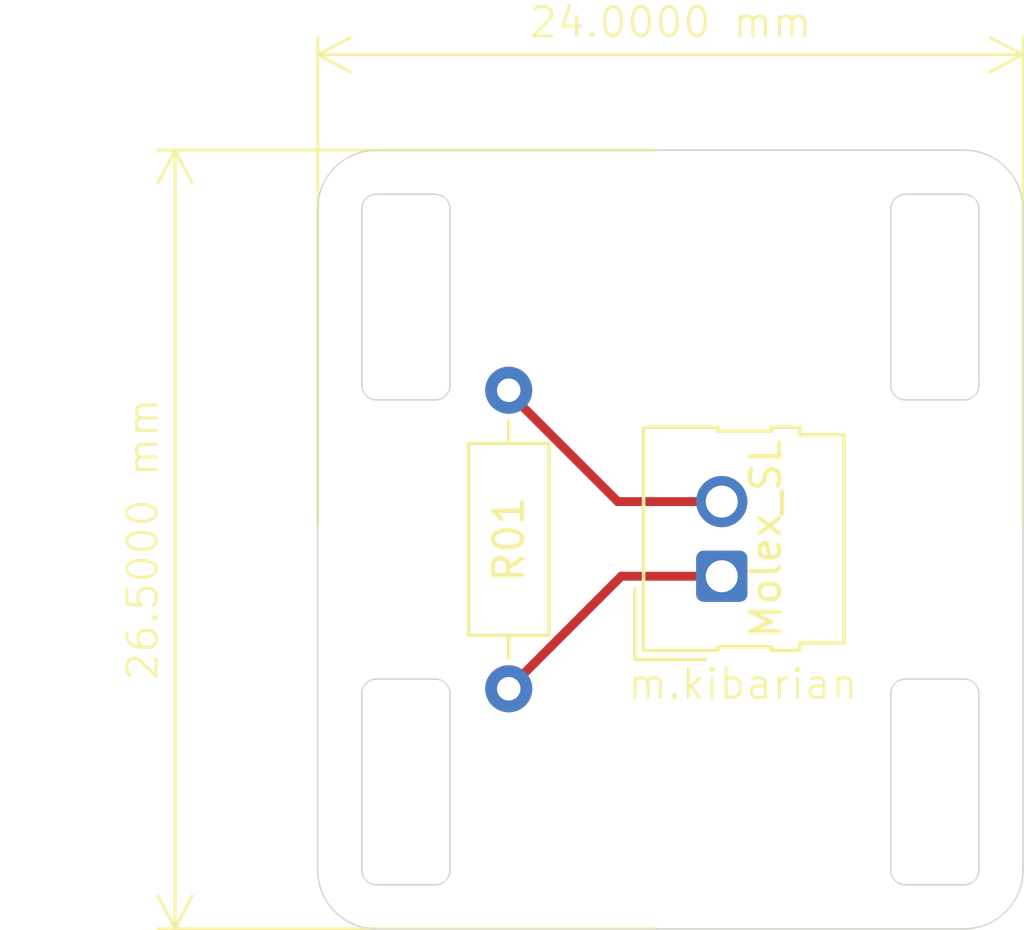
<source format=kicad_pcb>
(kicad_pcb (version 20240108) (generator "pcbnew") (generator_version "8.0")
  (layers (0 "F.Cu" signal) (31 "B.Cu" signal) (34 "B.Paste" user) (35 "F.Paste" user) (36 "B.SilkS" user "B.Silkscreen") (37 "F.SilkS" user "F.Silkscreen") (38 "B.Mask" user) (39 "F.Mask" user) (44 "Edge.Cuts" user))
  (net 0 "")
  (footprint "Connector_Molex:Molex_SL_171971-0002_1x02_P2.54mm_Vertical" (layer "F.Cu") (at 207.353553 56.5 90)
    (property "Reference" "Molex_SL" (at 1.27 1.5 90) (layer "F.SilkS"))
    (property "Value" "Molex_SL_171971-0002_1x02_P2.54mm_Vertical" (hide yes))
    (fp_line (start -2.83 -2.96) (end -0.42 -2.96) (stroke (width 0.12)) (layer "F.SilkS"))
    (fp_line (start 5.07 -2.66) (end -2.53 -2.66) (stroke (width 0.12)) (layer "F.SilkS"))
    (fp_line (start -2.53 -2.66) (end -2.53 -0.13) (stroke (width 0.12)) (layer "F.SilkS"))
    (fp_line (start -2.83 -0.55) (end -2.83 -2.96) (stroke (width 0.12)) (layer "F.SilkS"))
    (fp_line (start 5.07 -0.13) (end 5.07 -2.66) (stroke (width 0.12)) (layer "F.SilkS"))
    (fp_line (start 4.94 -0.13) (end 5.07 -0.13) (stroke (width 0.12)) (layer "F.SilkS"))
    (fp_line (start -2.4 -0.13) (end -2.4 1.68) (stroke (width 0.12)) (layer "F.SilkS"))
    (fp_line (start -2.53 -0.13) (end -2.4 -0.13) (stroke (width 0.12)) (layer "F.SilkS"))
    (fp_line (start 5.07 1.68) (end 4.94 1.68) (stroke (width 0.12)) (layer "F.SilkS"))
    (fp_line (start 4.94 1.68) (end 4.94 -0.13) (stroke (width 0.12)) (layer "F.SilkS"))
    (fp_line (start -2.4 1.68) (end -2.53 1.68) (stroke (width 0.12)) (layer "F.SilkS"))
    (fp_line (start -2.53 1.68) (end -2.53 2.66) (stroke (width 0.12)) (layer "F.SilkS"))
    (fp_line (start 5.07 2.66) (end 5.07 1.68) (stroke (width 0.12)) (layer "F.SilkS"))
    (fp_line (start 4.81 2.66) (end 5.07 2.66) (stroke (width 0.12)) (layer "F.SilkS"))
    (fp_line (start -2.27 2.66) (end -2.27 4.16) (stroke (width 0.12)) (layer "F.SilkS"))
    (fp_line (start -2.53 2.66) (end -2.27 2.66) (stroke (width 0.12)) (layer "F.SilkS"))
    (fp_line (start 4.81 4.16) (end 4.81 2.66) (stroke (width 0.12)) (layer "F.SilkS"))
    (fp_line (start -2.27 4.16) (end 4.81 4.16) (stroke (width 0.12)) (layer "F.SilkS"))
    (pad "1" thru_hole roundrect (at 0 0 90) (size 1.74 1.74) (drill 1.09) (layers "*.Cu" "*.Mask") (roundrect_rratio 0.143678))
    (pad "2" thru_hole circle (at 2.54 0 90) (size 1.74 1.74) (drill 1.09) (layers "*.Cu" "*.Mask"))
  )
  (footprint "Resistor_THT:R_Axial_DIN0207_L6.3mm_D2.5mm_P10.16mm_Horizontal" (layer "F.Cu") (at 200.103553 60.33 90)
    (property "Reference" "R01" (at 5.08 0 90) (layer "F.SilkS"))
    (property "Value" "120ohm" (hide yes))
    (fp_line (start 8.35 -1.37) (end 1.81 -1.37) (stroke (width 0.12)) (layer "F.SilkS"))
    (fp_line (start 1.81 -1.37) (end 1.81 1.37) (stroke (width 0.12)) (layer "F.SilkS"))
    (fp_line (start 9.12 0) (end 8.35 0) (stroke (width 0.12)) (layer "F.SilkS"))
    (fp_line (start 1.04 0) (end 1.81 0) (stroke (width 0.12)) (layer "F.SilkS"))
    (fp_line (start 8.35 1.37) (end 8.35 -1.37) (stroke (width 0.12)) (layer "F.SilkS"))
    (fp_line (start 1.81 1.37) (end 8.35 1.37) (stroke (width 0.12)) (layer "F.SilkS"))
    (pad "1" thru_hole circle (at 0 0 90) (size 1.6 1.6) (drill 0.8) (layers "*.Cu" "*.Mask"))
    (pad "2" thru_hole oval (at 10.16 0 90) (size 1.6 1.6) (drill 0.8) (layers "*.Cu" "*.Mask"))
  )
  (gr_arc (start 213.103553 60.5) (mid 213.25 60.146447) (end 213.603553 60) (stroke (width 0.05)) (layer "Edge.Cuts"))
  (gr_arc (start 193.603553 44) (mid 194.189339 42.585786) (end 195.603553 42) (stroke (width 0.05)) (layer "Edge.Cuts"))
  (gr_arc (start 198.103553 50) (mid 197.957106 50.353553) (end 197.603553 50.5) (stroke (width 0.05)) (layer "Edge.Cuts"))
  (gr_line (start 213.103553 44) (end 213.103553 50) (stroke (width 0.05)) (layer "Edge.Cuts"))
  (gr_line (start 195.103553 44) (end 195.103553 50) (stroke (width 0.05)) (layer "Edge.Cuts"))
  (gr_arc (start 215.603553 43.5) (mid 215.957106 43.646447) (end 216.103553 44) (stroke (width 0.05)) (layer "Edge.Cuts"))
  (gr_line (start 198.103553 50) (end 198.103553 44) (stroke (width 0.05)) (layer "Edge.Cuts"))
  (gr_arc (start 213.603553 50.5) (mid 213.25 50.353553) (end 213.103553 50) (stroke (width 0.05)) (layer "Edge.Cuts"))
  (gr_arc (start 217.603553 66.5) (mid 217.017767 67.914214) (end 215.603553 68.5) (stroke (width 0.05)) (layer "Edge.Cuts"))
  (gr_line (start 217.603553 66.5) (end 217.603553 44) (stroke (width 0.05)) (layer "Edge.Cuts"))
  (gr_arc (start 215.603553 60) (mid 215.957106 60.146447) (end 216.103553 60.5) (stroke (width 0.05)) (layer "Edge.Cuts"))
  (gr_arc (start 213.603553 67) (mid 213.25 66.853553) (end 213.103553 66.5) (stroke (width 0.05)) (layer "Edge.Cuts"))
  (gr_arc (start 215.603553 42) (mid 217.017767 42.585786) (end 217.603553 44) (stroke (width 0.05)) (layer "Edge.Cuts"))
  (gr_line (start 215.603553 68.5) (end 195.603553 68.5) (stroke (width 0.05)) (layer "Edge.Cuts"))
  (gr_line (start 195.603553 67) (end 197.603553 67) (stroke (width 0.05)) (layer "Edge.Cuts"))
  (gr_arc (start 216.103553 66.5) (mid 215.957106 66.853553) (end 215.603553 67) (stroke (width 0.05)) (layer "Edge.Cuts"))
  (gr_arc (start 195.103553 44) (mid 195.25 43.646447) (end 195.603553 43.5) (stroke (width 0.05)) (layer "Edge.Cuts"))
  (gr_line (start 215.603553 60) (end 213.603553 60) (stroke (width 0.05)) (layer "Edge.Cuts"))
  (gr_line (start 213.603553 43.5) (end 215.603553 43.5) (stroke (width 0.05)) (layer "Edge.Cuts"))
  (gr_line (start 195.103553 60.5) (end 195.103553 66.5) (stroke (width 0.05)) (layer "Edge.Cuts"))
  (gr_arc (start 195.603553 68.5) (mid 194.189339 67.914214) (end 193.603553 66.5) (stroke (width 0.05)) (layer "Edge.Cuts"))
  (gr_arc (start 213.103553 44) (mid 213.25 43.646447) (end 213.603553 43.5) (stroke (width 0.05)) (layer "Edge.Cuts"))
  (gr_arc (start 195.603553 67) (mid 195.25 66.853553) (end 195.103553 66.5) (stroke (width 0.05)) (layer "Edge.Cuts"))
  (gr_arc (start 195.103553 60.5) (mid 195.25 60.146447) (end 195.603553 60) (stroke (width 0.05)) (layer "Edge.Cuts"))
  (gr_arc (start 197.603553 43.5) (mid 197.957106 43.646447) (end 198.103553 44) (stroke (width 0.05)) (layer "Edge.Cuts"))
  (gr_line (start 195.603553 50.5) (end 197.603553 50.5) (stroke (width 0.05)) (layer "Edge.Cuts"))
  (gr_arc (start 197.603553 60) (mid 197.957106 60.146447) (end 198.103553 60.5) (stroke (width 0.05)) (layer "Edge.Cuts"))
  (gr_line (start 213.603553 67) (end 215.603553 67) (stroke (width 0.05)) (layer "Edge.Cuts"))
  (gr_line (start 197.603553 43.5) (end 195.603553 43.5) (stroke (width 0.05)) (layer "Edge.Cuts"))
  (gr_line (start 195.603553 42) (end 215.603553 42) (stroke (width 0.05)) (layer "Edge.Cuts"))
  (gr_line (start 213.103553 60.5) (end 213.103553 66.5) (stroke (width 0.05)) (layer "Edge.Cuts"))
  (gr_arc (start 216.103553 50) (mid 215.957106 50.353553) (end 215.603553 50.5) (stroke (width 0.05)) (layer "Edge.Cuts"))
  (gr_line (start 216.103553 50) (end 216.103553 44) (stroke (width 0.05)) (layer "Edge.Cuts"))
  (gr_line (start 213.603553 50.5) (end 215.603553 50.5) (stroke (width 0.05)) (layer "Edge.Cuts"))
  (gr_line (start 216.103553 66.5) (end 216.103553 60.5) (stroke (width 0.05)) (layer "Edge.Cuts"))
  (gr_line (start 198.103553 66.5) (end 198.103553 60.5) (stroke (width 0.05)) (layer "Edge.Cuts"))
  (gr_arc (start 198.103553 66.5) (mid 197.957106 66.853553) (end 197.603553 67) (stroke (width 0.05)) (layer "Edge.Cuts"))
  (gr_line (start 193.603553 66.5) (end 193.603553 44) (stroke (width 0.05)) (layer "Edge.Cuts"))
  (gr_arc (start 195.603553 50.5) (mid 195.25 50.353553) (end 195.103553 50) (stroke (width 0.05)) (layer "Edge.Cuts"))
  (gr_line (start 197.603553 60) (end 195.603553 60) (stroke (width 0.05)) (layer "Edge.Cuts"))
  (gr_text "m.kibarian" (at 204.103553 60.75 0) (layer "F.SilkS") (effects (font (size 1 1) (thickness 0.1)) (justify left bottom)))
  (dimension (type aligned) (layer "F.SilkS") (pts (xy 205.603553 42) (xy 205.603553 68.5)) (height 16.853553) (gr_text "26.5000 mm" (at 187.65 55.25 90) (layer "F.SilkS") (effects (font (size 1 1) (thickness 0.1)))) (format (prefix "") (suffix "") (units 3) (units_format 1) (precision 4)) (style (thickness 0.1) (arrow_length 1.27) (text_position_mode 0) (extension_height 0.58642) (extension_offset 0.5) keep_text_aligned))
  (dimension (type aligned) (layer "F.SilkS") (pts (xy 217.603553 55.25) (xy 193.603553 55.25)) (height 16.499999) (gr_text "24.0000 mm" (at 205.603553 37.650001 0) (layer "F.SilkS") (effects (font (size 1 1) (thickness 0.1)))) (format (prefix "") (suffix "") (units 3) (units_format 1) (precision 4)) (style (thickness 0.1) (arrow_length 1.27) (text_position_mode 0) (extension_height 0.58642) (extension_offset 0.5) keep_text_aligned))
  (segment (start 203.813553 53.96) (end 207.353553 53.96) (width 0.3048) (layer "F.Cu") (net 0))
  (segment (start 207.353553 56.5) (end 203.933553 56.5) (width 0.3048) (layer "F.Cu") (net 0))
  (segment (start 200.103553 50.25) (end 203.813553 53.96) (width 0.3048) (layer "F.Cu") (net 0))
  (segment (start 200.103553 50.17) (end 200.103553 50.25) (width 0.2) (layer "F.Cu") (net 0))
  (segment (start 203.933553 56.5) (end 200.103553 60.33) (width 0.3048) (layer "F.Cu") (net 0))
)
</source>
